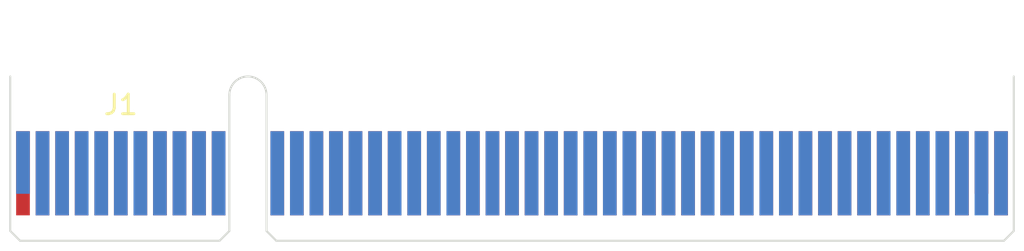
<source format=kicad_pcb>
(kicad_pcb (version 20240108) (generator "pcbnew") (generator_version "8.0")
  (layers (0 "F.Cu" signal) (31 "B.Cu" signal) (34 "B.Paste" user) (35 "F.Paste" user) (36 "B.SilkS" user "B.Silkscreen") (37 "F.SilkS" user "F.Silkscreen") (38 "B.Mask" user) (39 "F.Mask" user) (44 "Edge.Cuts" user))
  (net 0 "")
  (footprint "Connector_PCBEdge:BUS_PCIexpress_x8" (layer "F.Cu") (at 48 52.5)
    (property "Reference" "J1" (at 5 -3.5 0) (layer "F.SilkS"))
    (property "Value" "Conn_02x49_Row_Letter_First")
    (fp_line (start -0.65 -4.95) (end -0.65 2.95) (stroke (width 0.1)) (layer "Edge.Cuts"))
    (fp_line (start -0.65 2.95) (end -0.15 3.45) (stroke (width 0.1)) (layer "Edge.Cuts"))
    (fp_line (start -0.15 3.45) (end 10.05 3.45) (stroke (width 0.1)) (layer "Edge.Cuts"))
    (fp_line (start 10.55 -4) (end 10.55 2.95) (stroke (width 0.1)) (layer "Edge.Cuts"))
    (fp_line (start 10.55 2.95) (end 10.05 3.45) (stroke (width 0.1)) (layer "Edge.Cuts"))
    (fp_line (start 12.45 -4) (end 12.45 2.95) (stroke (width 0.1)) (layer "Edge.Cuts"))
    (fp_line (start 12.45 2.95) (end 12.95 3.45) (stroke (width 0.1)) (layer "Edge.Cuts"))
    (fp_line (start 12.95 3.45) (end 50.15 3.45) (stroke (width 0.1)) (layer "Edge.Cuts"))
    (fp_line (start 50.65 -4.95) (end 50.65 2.95) (stroke (width 0.1)) (layer "Edge.Cuts"))
    (fp_line (start 50.65 2.95) (end 50.15 3.45) (stroke (width 0.1)) (layer "Edge.Cuts"))
    (fp_arc (start 10.55 -4) (mid 11.5 -4.95) (end 12.45 -4) (stroke (width 0.1)) (layer "Edge.Cuts"))
    (pad "A1" connect rect (at 0 -0.55) (size 0.7 3.2) (layers "B.Cu" "B.Mask"))
    (pad "A2" connect rect (at 1 0) (size 0.7 4.3) (layers "B.Cu" "B.Mask"))
    (pad "A3" connect rect (at 2 0) (size 0.7 4.3) (layers "B.Cu" "B.Mask"))
    (pad "A4" connect rect (at 3 0) (size 0.7 4.3) (layers "B.Cu" "B.Mask"))
    (pad "A5" connect rect (at 4 0) (size 0.7 4.3) (layers "B.Cu" "B.Mask"))
    (pad "A6" connect rect (at 5 0) (size 0.7 4.3) (layers "B.Cu" "B.Mask"))
    (pad "A7" connect rect (at 6 0) (size 0.7 4.3) (layers "B.Cu" "B.Mask"))
    (pad "A8" connect rect (at 7 0) (size 0.7 4.3) (layers "B.Cu" "B.Mask"))
    (pad "A9" connect rect (at 8 0) (size 0.7 4.3) (layers "B.Cu" "B.Mask"))
    (pad "A10" connect rect (at 9 0) (size 0.7 4.3) (layers "B.Cu" "B.Mask"))
    (pad "A11" connect rect (at 10 0) (size 0.7 4.3) (layers "B.Cu" "B.Mask"))
    (pad "A12" connect rect (at 13 0) (size 0.7 4.3) (layers "B.Cu" "B.Mask"))
    (pad "A13" connect rect (at 14 0) (size 0.7 4.3) (layers "B.Cu" "B.Mask"))
    (pad "A14" connect rect (at 15 0) (size 0.7 4.3) (layers "B.Cu" "B.Mask"))
    (pad "A15" connect rect (at 16 0) (size 0.7 4.3) (layers "B.Cu" "B.Mask"))
    (pad "A16" connect rect (at 17 0) (size 0.7 4.3) (layers "B.Cu" "B.Mask"))
    (pad "A17" connect rect (at 18 0) (size 0.7 4.3) (layers "B.Cu" "B.Mask"))
    (pad "A18" connect rect (at 19 0) (size 0.7 4.3) (layers "B.Cu" "B.Mask"))
    (pad "A19" connect rect (at 20 0) (size 0.7 4.3) (layers "B.Cu" "B.Mask"))
    (pad "A20" connect rect (at 21 0) (size 0.7 4.3) (layers "B.Cu" "B.Mask"))
    (pad "A21" connect rect (at 22 0) (size 0.7 4.3) (layers "B.Cu" "B.Mask"))
    (pad "A22" connect rect (at 23 0) (size 0.7 4.3) (layers "B.Cu" "B.Mask"))
    (pad "A23" connect rect (at 24 0) (size 0.7 4.3) (layers "B.Cu" "B.Mask"))
    (pad "A24" connect rect (at 25 0) (size 0.7 4.3) (layers "B.Cu" "B.Mask"))
    (pad "A25" connect rect (at 26 0) (size 0.7 4.3) (layers "B.Cu" "B.Mask"))
    (pad "A26" connect rect (at 27 0) (size 0.7 4.3) (layers "B.Cu" "B.Mask"))
    (pad "A27" connect rect (at 28 0) (size 0.7 4.3) (layers "B.Cu" "B.Mask"))
    (pad "A28" connect rect (at 29 0) (size 0.7 4.3) (layers "B.Cu" "B.Mask"))
    (pad "A29" connect rect (at 30 0) (size 0.7 4.3) (layers "B.Cu" "B.Mask"))
    (pad "A30" connect rect (at 31 0) (size 0.7 4.3) (layers "B.Cu" "B.Mask"))
    (pad "A31" connect rect (at 32 0) (size 0.7 4.3) (layers "B.Cu" "B.Mask"))
    (pad "A32" connect rect (at 33 0) (size 0.7 4.3) (layers "B.Cu" "B.Mask"))
    (pad "A33" connect rect (at 34 0) (size 0.7 4.3) (layers "B.Cu" "B.Mask"))
    (pad "A34" connect rect (at 35 0) (size 0.7 4.3) (layers "B.Cu" "B.Mask"))
    (pad "A35" connect rect (at 36 0) (size 0.7 4.3) (layers "B.Cu" "B.Mask"))
    (pad "A36" connect rect (at 37 0) (size 0.7 4.3) (layers "B.Cu" "B.Mask"))
    (pad "A37" connect rect (at 38 0) (size 0.7 4.3) (layers "B.Cu" "B.Mask"))
    (pad "A38" connect rect (at 39 0) (size 0.7 4.3) (layers "B.Cu" "B.Mask"))
    (pad "A39" connect rect (at 40 0) (size 0.7 4.3) (layers "B.Cu" "B.Mask"))
    (pad "A40" connect rect (at 41 0) (size 0.7 4.3) (layers "B.Cu" "B.Mask"))
    (pad "A41" connect rect (at 42 0) (size 0.7 4.3) (layers "B.Cu" "B.Mask"))
    (pad "A42" connect rect (at 43 0) (size 0.7 4.3) (layers "B.Cu" "B.Mask"))
    (pad "A43" connect rect (at 44 0) (size 0.7 4.3) (layers "B.Cu" "B.Mask"))
    (pad "A44" connect rect (at 45 0) (size 0.7 4.3) (layers "B.Cu" "B.Mask"))
    (pad "A45" connect rect (at 46 0) (size 0.7 4.3) (layers "B.Cu" "B.Mask"))
    (pad "A46" connect rect (at 47 0) (size 0.7 4.3) (layers "B.Cu" "B.Mask"))
    (pad "A47" connect rect (at 48 0) (size 0.7 4.3) (layers "B.Cu" "B.Mask"))
    (pad "A48" connect rect (at 49 0) (size 0.7 4.3) (layers "B.Cu" "B.Mask"))
    (pad "A49" connect rect (at 50 0) (size 0.7 4.3) (layers "B.Cu" "B.Mask"))
    (pad "B1" connect rect (at 0 0) (size 0.7 4.3) (layers "F.Cu" "F.Mask"))
    (pad "B2" connect rect (at 1 0) (size 0.7 4.3) (layers "F.Cu" "F.Mask"))
    (pad "B3" connect rect (at 2 0) (size 0.7 4.3) (layers "F.Cu" "F.Mask"))
    (pad "B4" connect rect (at 3 0) (size 0.7 4.3) (layers "F.Cu" "F.Mask"))
    (pad "B5" connect rect (at 4 0) (size 0.7 4.3) (layers "F.Cu" "F.Mask"))
    (pad "B6" connect rect (at 5 0) (size 0.7 4.3) (layers "F.Cu" "F.Mask"))
    (pad "B7" connect rect (at 6 0) (size 0.7 4.3) (layers "F.Cu" "F.Mask"))
    (pad "B8" connect rect (at 7 0) (size 0.7 4.3) (layers "F.Cu" "F.Mask"))
    (pad "B9" connect rect (at 8 0) (size 0.7 4.3) (layers "F.Cu" "F.Mask"))
    (pad "B10" connect rect (at 9 0) (size 0.7 4.3) (layers "F.Cu" "F.Mask"))
    (pad "B11" connect rect (at 10 0) (size 0.7 4.3) (layers "F.Cu" "F.Mask"))
    (pad "B12" connect rect (at 13 0) (size 0.7 4.3) (layers "F.Cu" "F.Mask"))
    (pad "B13" connect rect (at 14 0) (size 0.7 4.3) (layers "F.Cu" "F.Mask"))
    (pad "B14" connect rect (at 15 0) (size 0.7 4.3) (layers "F.Cu" "F.Mask"))
    (pad "B15" connect rect (at 16 0) (size 0.7 4.3) (layers "F.Cu" "F.Mask"))
    (pad "B16" connect rect (at 17 0) (size 0.7 4.3) (layers "F.Cu" "F.Mask"))
    (pad "B17" connect rect (at 18 0) (size 0.7 4.3) (layers "F.Cu" "F.Mask"))
    (pad "B18" connect rect (at 19 0) (size 0.7 4.3) (layers "F.Cu" "F.Mask"))
    (pad "B19" connect rect (at 20 0) (size 0.7 4.3) (layers "F.Cu" "F.Mask"))
    (pad "B20" connect rect (at 21 0) (size 0.7 4.3) (layers "F.Cu" "F.Mask"))
    (pad "B21" connect rect (at 22 0) (size 0.7 4.3) (layers "F.Cu" "F.Mask"))
    (pad "B22" connect rect (at 23 0) (size 0.7 4.3) (layers "F.Cu" "F.Mask"))
    (pad "B23" connect rect (at 24 0) (size 0.7 4.3) (layers "F.Cu" "F.Mask"))
    (pad "B24" connect rect (at 25 0) (size 0.7 4.3) (layers "F.Cu" "F.Mask"))
    (pad "B25" connect rect (at 26 0) (size 0.7 4.3) (layers "F.Cu" "F.Mask"))
    (pad "B26" connect rect (at 27 0) (size 0.7 4.3) (layers "F.Cu" "F.Mask"))
    (pad "B27" connect rect (at 28 0) (size 0.7 4.3) (layers "F.Cu" "F.Mask"))
    (pad "B28" connect rect (at 29 0) (size 0.7 4.3) (layers "F.Cu" "F.Mask"))
    (pad "B29" connect rect (at 30 0) (size 0.7 4.3) (layers "F.Cu" "F.Mask"))
    (pad "B30" connect rect (at 31 0) (size 0.7 4.3) (layers "F.Cu" "F.Mask"))
    (pad "B31" connect rect (at 32 0) (size 0.7 4.3) (layers "F.Cu" "F.Mask"))
    (pad "B32" connect rect (at 33 0) (size 0.7 4.3) (layers "F.Cu" "F.Mask"))
    (pad "B33" connect rect (at 34 0) (size 0.7 4.3) (layers "F.Cu" "F.Mask"))
    (pad "B34" connect rect (at 35 0) (size 0.7 4.3) (layers "F.Cu" "F.Mask"))
    (pad "B35" connect rect (at 36 0) (size 0.7 4.3) (layers "F.Cu" "F.Mask"))
    (pad "B36" connect rect (at 37 0) (size 0.7 4.3) (layers "F.Cu" "F.Mask"))
    (pad "B37" connect rect (at 38 0) (size 0.7 4.3) (layers "F.Cu" "F.Mask"))
    (pad "B38" connect rect (at 39 0) (size 0.7 4.3) (layers "F.Cu" "F.Mask"))
    (pad "B39" connect rect (at 40 0) (size 0.7 4.3) (layers "F.Cu" "F.Mask"))
    (pad "B40" connect rect (at 41 0) (size 0.7 4.3) (layers "F.Cu" "F.Mask"))
    (pad "B41" connect rect (at 42 0) (size 0.7 4.3) (layers "F.Cu" "F.Mask"))
    (pad "B42" connect rect (at 43 0) (size 0.7 4.3) (layers "F.Cu" "F.Mask"))
    (pad "B43" connect rect (at 44 0) (size 0.7 4.3) (layers "F.Cu" "F.Mask"))
    (pad "B44" connect rect (at 45 0) (size 0.7 4.3) (layers "F.Cu" "F.Mask"))
    (pad "B45" connect rect (at 46 0) (size 0.7 4.3) (layers "F.Cu" "F.Mask"))
    (pad "B46" connect rect (at 47 0) (size 0.7 4.3) (layers "F.Cu" "F.Mask"))
    (pad "B47" connect rect (at 48 0) (size 0.7 4.3) (layers "F.Cu" "F.Mask"))
    (pad "B48" connect rect (at 49 -0.55) (size 0.7 3.2) (layers "F.Cu" "F.Mask"))
    (pad "B49" connect rect (at 50 0) (size 0.7 4.3) (layers "F.Cu" "F.Mask"))
  )
)
</source>
